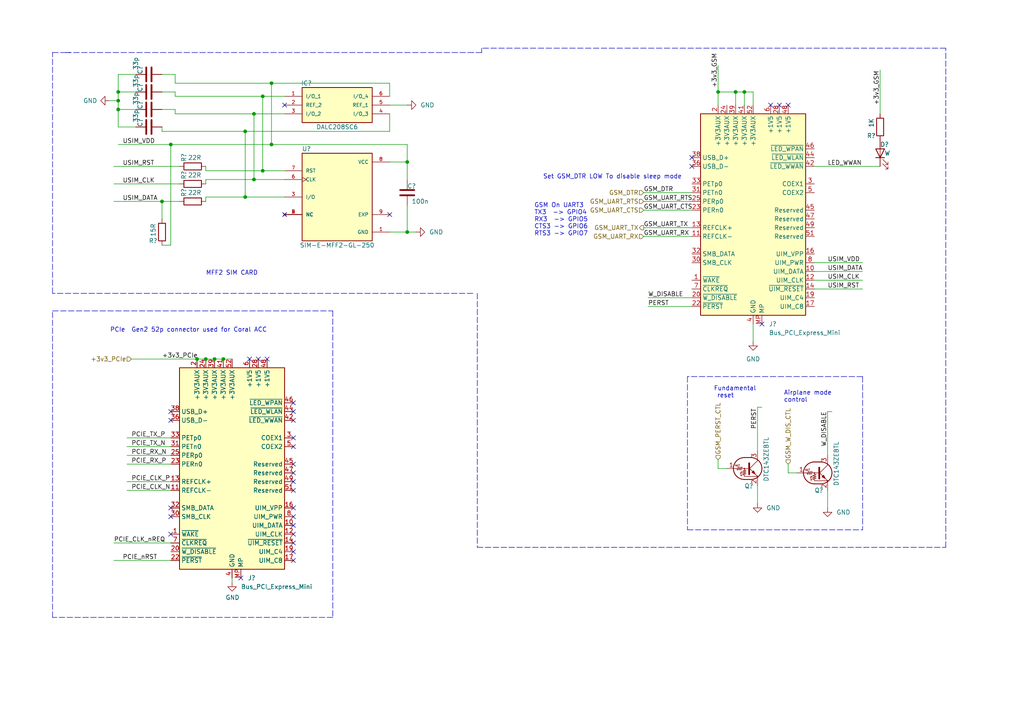
<source format=kicad_sch>
(kicad_sch (version 20211123) (generator eeschema)
  (paper "A4")
  (lib_symbols
    (symbol "Connector:Bus_PCI_Express_Mini"
      (property "Reference" "J" (at -16.51 31.75 0))
      (property "Value" "Bus_PCI_Express_Mini" (at 22.86 31.75 0))
      (symbol "Bus_PCI_Express_Mini_0_1"
        (rectangle (start -15.24 30.48) (end 15.24 -27.94) (stroke (width 0.254)) (fill (type background)))
      )
      (symbol "Bus_PCI_Express_Mini_1_1"
        (pin open_collector line (at -17.78 -17.78 0) (length 2.54) (name "~{WAKE}") (number "1"))
        (pin bidirectional line (at 17.78 -15.24 180) (length 2.54) (name "UIM_DATA") (number "10"))
        (pin input line (at -17.78 -5.08 0) (length 2.54) (name "REFCLK-") (number "11"))
        (pin output line (at 17.78 -17.78 180) (length 2.54) (name "UIM_CLK") (number "12"))
        (pin input line (at -17.78 -2.54 0) (length 2.54) (name "REFCLK+") (number "13"))
        (pin output line (at 17.78 -20.32 180) (length 2.54) (name "~{UIM_RESET}") (number "14"))
        (pin passive line (at 0 -30.48 90) (length 2.54) hide (name "GND") (number "15"))
        (pin power_out line (at 17.78 -10.16 180) (length 2.54) (name "UIM_VPP") (number "16"))
        (pin passive line (at 17.78 -25.4 180) (length 2.54) (name "UIM_C8") (number "17"))
        (pin passive line (at 0 -30.48 90) (length 2.54) hide (name "GND") (number "18"))
        (pin passive line (at 17.78 -22.86 180) (length 2.54) (name "UIM_C4") (number "19"))
        (pin power_in line (at -10.16 33.02 270) (length 2.54) (name "+3V3AUX") (number "2"))
        (pin input line (at -17.78 -22.86 0) (length 2.54) (name "~{W_DISABLE}") (number "20"))
        (pin passive line (at 0 -30.48 90) (length 2.54) hide (name "GND") (number "21"))
        (pin input line (at -17.78 -25.4 0) (length 2.54) (name "~{PERST}") (number "22"))
        (pin output line (at -17.78 2.54 0) (length 2.54) (name "PERn0") (number "23"))
        (pin power_in line (at -7.62 33.02 270) (length 2.54) (name "+3V3AUX") (number "24"))
        (pin output line (at -17.78 5.08 0) (length 2.54) (name "PERp0") (number "25"))
        (pin passive line (at 0 -30.48 90) (length 2.54) hide (name "GND") (number "26"))
        (pin passive line (at 0 -30.48 90) (length 2.54) hide (name "GND") (number "27"))
        (pin power_in line (at 7.62 33.02 270) (length 2.54) (name "+1V5") (number "28"))
        (pin passive line (at 0 -30.48 90) (length 2.54) hide (name "GND") (number "29"))
        (pin passive line (at 17.78 10.16 180) (length 2.54) (name "COEX1") (number "3"))
        (pin input line (at -17.78 -12.7 0) (length 2.54) (name "SMB_CLK") (number "30"))
        (pin input line (at -17.78 7.62 0) (length 2.54) (name "PETn0") (number "31"))
        (pin bidirectional line (at -17.78 -10.16 0) (length 2.54) (name "SMB_DATA") (number "32"))
        (pin input line (at -17.78 10.16 0) (length 2.54) (name "PETp0") (number "33"))
        (pin passive line (at 0 -30.48 90) (length 2.54) hide (name "GND") (number "34"))
        (pin passive line (at 0 -30.48 90) (length 2.54) hide (name "GND") (number "35"))
        (pin bidirectional line (at -17.78 15.24 0) (length 2.54) (name "USB_D-") (number "36"))
        (pin passive line (at 0 -30.48 90) (length 2.54) hide (name "GND") (number "37"))
        (pin bidirectional line (at -17.78 17.78 0) (length 2.54) (name "USB_D+") (number "38"))
        (pin power_in line (at -5.08 33.02 270) (length 2.54) (name "+3V3AUX") (number "39"))
        (pin power_in line (at 0 -30.48 90) (length 2.54) (name "GND") (number "4"))
        (pin passive line (at 0 -30.48 90) (length 2.54) hide (name "GND") (number "40"))
        (pin power_in line (at -2.54 33.02 270) (length 2.54) (name "+3V3AUX") (number "41"))
        (pin open_collector line (at 17.78 15.24 180) (length 2.54) (name "~{LED_WWAN}") (number "42"))
        (pin passive line (at 0 -30.48 90) (length 2.54) hide (name "GND") (number "43"))
        (pin open_collector line (at 17.78 17.78 180) (length 2.54) (name "~{LED_WLAN}") (number "44"))
        (pin passive line (at 17.78 2.54 180) (length 2.54) (name "Reserved") (number "45"))
        (pin open_collector line (at 17.78 20.32 180) (length 2.54) (name "~{LED_WPAN}") (number "46"))
        (pin passive line (at 17.78 0 180) (length 2.54) (name "Reserved") (number "47"))
        (pin power_in line (at 10.16 33.02 270) (length 2.54) (name "+1V5") (number "48"))
        (pin passive line (at 17.78 -2.54 180) (length 2.54) (name "Reserved") (number "49"))
        (pin passive line (at 17.78 7.62 180) (length 2.54) (name "COEX2") (number "5"))
        (pin passive line (at 0 -30.48 90) (length 2.54) hide (name "GND") (number "50"))
        (pin passive line (at 17.78 -5.08 180) (length 2.54) (name "Reserved") (number "51"))
        (pin power_in line (at 0 33.02 270) (length 2.54) (name "+3V3AUX") (number "52"))
        (pin power_in line (at 5.08 33.02 270) (length 2.54) (name "+1V5") (number "6"))
        (pin open_collector line (at -17.78 -20.32 0) (length 2.54) (name "~{CLKREQ}") (number "7"))
        (pin power_out line (at 17.78 -12.7 180) (length 2.54) (name "UIM_PWR") (number "8"))
        (pin passive line (at 0 -30.48 90) (length 2.54) hide (name "GND") (number "9"))
        (pin passive line (at 2.54 -30.48 90) (length 2.54) (name "MP") (number "MP"))
      )
    )
    (symbol "DALC208SC6:DALC208SC6" (pin_names (offset 1.016))
      (property "Reference" "IC" (at 26.67 7.62 0))
      (property "Value" "DALC208SC6" (at 26.67 5.08 0))
      (symbol "DALC208SC6_0_0"
        (rectangle (start 5.08 -7.62) (end 25.4 2.54) (stroke (width 0.254)) (fill (type background)))
        (pin bidirectional line (at 0 0 0) (length 5.08) (name "I/O_1") (number "1"))
        (pin bidirectional line (at 0 -2.54 0) (length 5.08) (name "REF_2") (number "2"))
        (pin bidirectional line (at 0 -5.08 0) (length 5.08) (name "I/O_2") (number "3"))
        (pin bidirectional line (at 30.48 -5.08 180) (length 5.08) (name "I/O_3") (number "4"))
        (pin bidirectional line (at 30.48 -2.54 180) (length 5.08) (name "REF_1") (number "5"))
        (pin bidirectional line (at 30.48 0 180) (length 5.08) (name "I/O_4") (number "6"))
      )
    )
    (symbol "Device:C" (pin_numbers hide) (pin_names (offset 0.254))
      (property "Reference" "C" (at 0.635 2.54 0))
      (property "Value" "C" (at 0.635 -2.54 0))
      (symbol "C_0_1"
        (polyline (pts (xy -2.032 -0.762) (xy 2.032 -0.762)) (stroke (width 0.508)))
        (polyline (pts (xy -2.032 0.762) (xy 2.032 0.762)) (stroke (width 0.508)))
      )
      (symbol "C_1_1"
        (pin passive line (at 0 3.81 270) (length 2.794) (name "~") (number "1"))
        (pin passive line (at 0 -3.81 90) (length 2.794) (name "~") (number "2"))
      )
    )
    (symbol "Device:LED" (pin_numbers hide) (pin_names (offset 1.016) hide)
      (property "Reference" "D" (at 0 2.54 0))
      (property "Value" "LED" (at 0 -2.54 0))
      (symbol "LED_0_1"
        (polyline (pts (xy -1.27 -1.27) (xy -1.27 1.27)) (stroke (width 0.254)))
        (polyline (pts (xy -1.27 0) (xy 1.27 0)))
        (polyline (pts (xy 1.27 -1.27) (xy 1.27 1.27) (xy -1.27 0) (xy 1.27 -1.27)) (stroke (width 0.254)))
        (polyline (pts (xy -3.048 -0.762) (xy -4.572 -2.286) (xy -3.81 -2.286) (xy -4.572 -2.286) (xy -4.572 -1.524)))
        (polyline (pts (xy -1.778 -0.762) (xy -3.302 -2.286) (xy -2.54 -2.286) (xy -3.302 -2.286) (xy -3.302 -1.524)))
      )
      (symbol "LED_1_1"
        (pin passive line (at -3.81 0 0) (length 2.54) (name "K") (number "1"))
        (pin passive line (at 3.81 0 180) (length 2.54) (name "A") (number "2"))
      )
    )
    (symbol "Device:R" (pin_numbers hide) (pin_names (offset 0))
      (property "Reference" "R" (at 2.032 0 90))
      (property "Value" "R" (at 0 0 90))
      (symbol "R_0_1"
        (rectangle (start -1.016 -2.54) (end 1.016 2.54) (stroke (width 0.254)))
      )
      (symbol "R_1_1"
        (pin passive line (at 0 3.81 270) (length 1.27) (name "~") (number "1"))
        (pin passive line (at 0 -3.81 90) (length 1.27) (name "~") (number "2"))
      )
    )
    (symbol "SIM-E-MFF2-GL-250:SIM-E-MFF2-GL-250" (pin_names (offset 1.016))
      (property "Reference" "U" (at -10.16 13.462 0))
      (property "Value" "SIM-E-MFF2-GL-250" (at -10.16 -15.24 0))
      (symbol "SIM-E-MFF2-GL-250_0_0"
        (rectangle (start -10.16 -12.7) (end 10.16 12.7) (stroke (width 0.254)) (fill (type background)))
        (pin power_in line (at 15.24 -10.16 180) (length 5.08) (name "GND") (number "1"))
        (pin no_connect line (at -15.24 -5.08 0) (length 5.08) (name "NC") (number "2"))
        (pin bidirectional line (at -15.24 0 0) (length 5.08) (name "I/O") (number "3"))
        (pin no_connect line (at -15.24 -5.08 0) (length 5.08) (name "NC") (number "4"))
        (pin no_connect line (at -15.24 -5.08 0) (length 5.08) (name "NC") (number "5"))
        (pin input clock (at -15.24 5.08 0) (length 5.08) (name "CLK") (number "6"))
        (pin input line (at -15.24 7.62 0) (length 5.08) (name "RST") (number "7"))
        (pin power_in line (at 15.24 10.16 180) (length 5.08) (name "VCC") (number "8"))
        (pin passive line (at 15.24 -5.08 180) (length 5.08) (name "EXP") (number "9"))
      )
    )
    (symbol "Transistor_BJT:DTC143Z" (pin_names (offset 0) hide)
      (property "Reference" "Q" (at 5.08 1.905 0))
      (property "Value" "DTC143Z" (at 5.08 0 0))
      (symbol "DTC143Z_0_0"
        (text "47k" (at -2.159 -1.524 900) (effects (font (size 0.508 0.508))))
        (text "4k7" (at -3.302 0.889 0) (effects (font (size 0.508 0.508))))
      )
      (symbol "DTC143Z_0_1"
        (circle (center -1.27 0) (radius 0.127))
        (arc (start -1.27 3.175) (mid -4.445 0) (end -1.27 -3.175) (stroke (width 0.254)))
        (polyline (pts (xy -3.429 0) (xy -3.81 0)))
        (polyline (pts (xy -1.27 -3.175) (xy 0.635 -3.175)) (stroke (width 0.254)))
        (polyline (pts (xy -1.27 3.175) (xy 0.635 3.175)) (stroke (width 0.254)))
        (polyline (pts (xy 0 -0.254) (xy 2.54 2.286)))
        (polyline (pts (xy 0.127 1.524) (xy 0.127 -1.651)) (stroke (width 0.508)) (fill (type outline)))
        (polyline (pts (xy 2.54 2.286) (xy 2.54 2.54)))
        (polyline (pts (xy 2.54 -2.286) (xy 0 0.254) (xy 0 0.254)))
        (polyline (pts (xy 0.889 -1.143) (xy 1.397 -0.635) (xy 1.905 -1.651) (xy 0.889 -1.143)) (fill (type outline)))
        (polyline (pts (xy 0 0) (xy -1.905 0) (xy -2.032 0.508) (xy -2.286 -0.508) (xy -2.54 0.508) (xy -2.794 -0.508) (xy -3.048 0.508) (xy -3.302 -0.508) (xy -3.429 0)))
        (polyline (pts (xy -1.27 0) (xy -1.27 -0.381) (xy -0.762 -0.508) (xy -1.778 -0.762) (xy -0.762 -1.016) (xy -1.778 -1.27) (xy -0.762 -1.524) (xy -1.778 -1.778) (xy -1.27 -1.905) (xy -1.27 -2.286) (xy 2.54 -2.286)))
        (arc (start 0.635 -3.175) (mid 3.81 0) (end 0.635 3.175) (stroke (width 0.254)))
        (circle (center 2.54 -2.286) (radius 0.127))
      )
      (symbol "DTC143Z_1_1"
        (pin input line (at -6.35 0 0) (length 2.54) (name "B") (number "1"))
        (pin passive line (at 2.54 -5.08 90) (length 2.54) (name "E") (number "2"))
        (pin passive line (at 2.54 5.08 270) (length 2.54) (name "C") (number "3"))
      )
    )
    (symbol "power:GND" (power) (pin_names (offset 0))
      (property "Value" "GND" (at 0 -3.81 0))
      (symbol "GND_0_1"
        (polyline (pts (xy 0 0) (xy 0 -1.27) (xy 1.27 -1.27) (xy 0 -2.54) (xy -1.27 -1.27) (xy 0 -1.27)))
      )
      (symbol "GND_1_1"
        (pin power_in line (at 0 0 270) (length 0) hide (name "GND") (number "1"))
      )
    )
  )
  (junction (at 78.74 41.91))
  (junction (at 46.99 58.42))
  (junction (at 215.9 26.67))
  (junction (at 34.29 26.67))
  (junction (at 208.28 26.67))
  (junction (at 34.29 31.75))
  (junction (at 213.36 26.67))
  (junction (at 118.11 67.31))
  (junction (at 76.2 27.94))
  (junction (at 71.12 57.15))
  (junction (at 78.74 24.13))
  (junction (at 118.11 46.99))
  (junction (at 49.53 41.91))
  (junction (at 73.66 33.02))
  (junction (at 76.2 49.53))
  (junction (at 62.23 104.14))
  (junction (at 34.29 29.21))
  (junction (at 57.15 104.14))
  (junction (at 73.66 52.07))
  (junction (at 59.69 104.14))
  (junction (at 71.12 38.1))
  (junction (at 64.77 104.14))
  (no_connect (at 49.53 121.92))
  (no_connect (at 74.93 104.14))
  (no_connect (at 49.53 119.38))
  (no_connect (at 85.09 154.94))
  (no_connect (at 85.09 157.48))
  (no_connect (at 85.09 139.7))
  (no_connect (at 85.09 162.56))
  (no_connect (at 85.09 142.24))
  (no_connect (at 220.98 93.98))
  (no_connect (at 85.09 134.62))
  (no_connect (at 85.09 127))
  (no_connect (at 69.85 167.64))
  (no_connect (at 85.09 121.92))
  (no_connect (at 85.09 116.84))
  (no_connect (at 223.52 30.48))
  (no_connect (at 72.39 104.14))
  (no_connect (at 82.55 62.23))
  (no_connect (at 77.47 104.14))
  (no_connect (at 82.55 30.48))
  (no_connect (at 85.09 152.4))
  (no_connect (at 85.09 119.38))
  (no_connect (at 200.66 45.72))
  (no_connect (at 85.09 129.54))
  (no_connect (at 113.03 62.23))
  (no_connect (at 49.53 147.32))
  (no_connect (at 49.53 154.94))
  (no_connect (at 85.09 160.02))
  (no_connect (at 49.53 149.86))
  (no_connect (at 226.06 30.48))
  (no_connect (at 85.09 147.32))
  (no_connect (at 228.6 30.48))
  (no_connect (at 200.66 48.26))
  (no_connect (at 85.09 137.16))
  (no_connect (at 85.09 149.86))
  (wire (pts (xy 76.2 27.94) (xy 82.55 27.94)))
  (polyline (pts (xy 274.32 158.75) (xy 274.32 13.97)))
  (wire (pts (xy 208.28 26.67) (xy 208.28 30.48)))
  (wire (pts (xy 50.8 24.13) (xy 78.74 24.13)))
  (wire (pts (xy 46.99 71.12) (xy 49.53 71.12)))
  (wire (pts (xy 118.11 52.07) (xy 118.11 46.99)))
  (polyline (pts (xy 250.19 109.22) (xy 199.39 109.22)))
  (wire (pts (xy 78.74 41.91) (xy 78.74 24.13)))
  (wire (pts (xy 76.2 49.53) (xy 76.2 27.94)))
  (wire (pts (xy 215.9 26.67) (xy 213.36 26.67)))
  (polyline (pts (xy 15.24 179.07) (xy 15.24 90.17)))
  (wire (pts (xy 208.28 19.05) (xy 208.28 26.67)))
  (wire (pts (xy 34.29 41.91) (xy 49.53 41.91)))
  (wire (pts (xy 59.69 49.53) (xy 59.69 48.26)))
  (polyline (pts (xy 139.7 15.24) (xy 137.16 15.24)))
  (wire (pts (xy 59.69 104.14) (xy 62.23 104.14)))
  (wire (pts (xy 49.53 41.91) (xy 78.74 41.91)))
  (wire (pts (xy 34.29 26.67) (xy 39.37 26.67)))
  (wire (pts (xy 236.22 78.74) (xy 250.19 78.74)))
  (wire (pts (xy 236.22 76.2) (xy 250.19 76.2)))
  (wire (pts (xy 59.69 57.15) (xy 71.12 57.15)))
  (polyline (pts (xy 96.52 179.07) (xy 15.24 179.07)))
  (wire (pts (xy 36.83 132.08) (xy 49.53 132.08)))
  (wire (pts (xy 186.69 58.42) (xy 200.66 58.42)))
  (wire (pts (xy 59.69 52.07) (xy 73.66 52.07)))
  (wire (pts (xy 186.69 60.96) (xy 200.66 60.96)))
  (polyline (pts (xy 250.19 109.22) (xy 250.19 153.67)))
  (polyline (pts (xy 138.43 85.09) (xy 138.43 158.75)))
  (polyline (pts (xy 96.52 90.17) (xy 96.52 179.07)))
  (wire (pts (xy 82.55 52.07) (xy 73.66 52.07)))
  (wire (pts (xy 73.66 33.02) (xy 82.55 33.02)))
  (wire (pts (xy 38.1 104.14) (xy 57.15 104.14)))
  (wire (pts (xy 46.99 38.1) (xy 71.12 38.1)))
  (wire (pts (xy 59.69 57.15) (xy 59.69 58.42)))
  (wire (pts (xy 228.6 134.62) (xy 228.6 137.16)))
  (wire (pts (xy 187.96 86.36) (xy 200.66 86.36)))
  (wire (pts (xy 34.29 36.83) (xy 34.29 31.75)))
  (wire (pts (xy 50.8 21.59) (xy 46.99 21.59)))
  (polyline (pts (xy 15.24 85.09) (xy 15.24 15.24)))
  (wire (pts (xy 118.11 46.99) (xy 118.11 41.91)))
  (wire (pts (xy 78.74 24.13) (xy 113.03 24.13)))
  (wire (pts (xy 57.15 104.14) (xy 59.69 104.14)))
  (wire (pts (xy 240.03 132.08) (xy 240.03 119.38)))
  (wire (pts (xy 118.11 67.31) (xy 113.03 67.31)))
  (wire (pts (xy 208.28 26.67) (xy 213.36 26.67)))
  (wire (pts (xy 186.69 66.04) (xy 200.66 66.04)))
  (wire (pts (xy 78.74 41.91) (xy 118.11 41.91)))
  (wire (pts (xy 39.37 21.59) (xy 34.29 21.59)))
  (wire (pts (xy 31.75 29.21) (xy 34.29 29.21)))
  (wire (pts (xy 34.29 31.75) (xy 34.29 29.21)))
  (wire (pts (xy 219.71 130.81) (xy 219.71 118.11)))
  (wire (pts (xy 50.8 27.94) (xy 76.2 27.94)))
  (wire (pts (xy 236.22 81.28) (xy 250.19 81.28)))
  (wire (pts (xy 67.31 168.91) (xy 67.31 167.64)))
  (polyline (pts (xy 137.16 85.09) (xy 15.24 85.09)))
  (wire (pts (xy 33.02 48.26) (xy 52.07 48.26)))
  (polyline (pts (xy 139.7 13.97) (xy 139.7 15.24)))
  (wire (pts (xy 50.8 33.02) (xy 73.66 33.02)))
  (wire (pts (xy 36.83 129.54) (xy 49.53 129.54)))
  (wire (pts (xy 218.44 26.67) (xy 215.9 26.67)))
  (wire (pts (xy 240.03 119.38) (xy 241.3 119.38)))
  (wire (pts (xy 36.83 134.62) (xy 49.53 134.62)))
  (wire (pts (xy 64.77 104.14) (xy 67.31 104.14)))
  (wire (pts (xy 118.11 46.99) (xy 113.03 46.99)))
  (wire (pts (xy 71.12 38.1) (xy 113.03 38.1)))
  (wire (pts (xy 49.53 71.12) (xy 49.53 41.91)))
  (wire (pts (xy 118.11 30.48) (xy 113.03 30.48)))
  (wire (pts (xy 187.96 88.9) (xy 200.66 88.9)))
  (polyline (pts (xy 19.05 15.24) (xy 137.16 15.24)))
  (polyline (pts (xy 138.43 158.75) (xy 274.32 158.75)))
  (wire (pts (xy 73.66 52.07) (xy 73.66 33.02)))
  (wire (pts (xy 219.71 118.11) (xy 220.98 118.11)))
  (wire (pts (xy 82.55 57.15) (xy 71.12 57.15)))
  (wire (pts (xy 50.8 27.94) (xy 50.8 26.67)))
  (wire (pts (xy 33.02 53.34) (xy 52.07 53.34)))
  (wire (pts (xy 34.29 21.59) (xy 34.29 26.67)))
  (wire (pts (xy 186.69 55.88) (xy 200.66 55.88)))
  (wire (pts (xy 255.27 20.32) (xy 255.27 33.02)))
  (wire (pts (xy 50.8 24.13) (xy 50.8 21.59)))
  (wire (pts (xy 71.12 57.15) (xy 71.12 38.1)))
  (wire (pts (xy 39.37 31.75) (xy 34.29 31.75)))
  (wire (pts (xy 120.65 67.31) (xy 118.11 67.31)))
  (wire (pts (xy 46.99 58.42) (xy 46.99 63.5)))
  (wire (pts (xy 113.03 27.94) (xy 113.03 24.13)))
  (wire (pts (xy 208.28 133.35) (xy 208.28 135.89)))
  (wire (pts (xy 33.02 162.56) (xy 49.53 162.56)))
  (wire (pts (xy 33.02 58.42) (xy 46.99 58.42)))
  (wire (pts (xy 236.22 48.26) (xy 255.27 48.26)))
  (wire (pts (xy 208.28 135.89) (xy 210.82 135.89)))
  (wire (pts (xy 62.23 104.14) (xy 64.77 104.14)))
  (wire (pts (xy 219.71 146.05) (xy 219.71 140.97)))
  (wire (pts (xy 46.99 38.1) (xy 46.99 36.83)))
  (wire (pts (xy 236.22 83.82) (xy 250.19 83.82)))
  (wire (pts (xy 215.9 30.48) (xy 215.9 26.67)))
  (wire (pts (xy 59.69 49.53) (xy 76.2 49.53)))
  (wire (pts (xy 186.69 68.58) (xy 200.66 68.58)))
  (polyline (pts (xy 15.24 15.24) (xy 20.32 15.24)))
  (polyline (pts (xy 199.39 153.67) (xy 250.19 153.67)))
  (wire (pts (xy 46.99 26.67) (xy 50.8 26.67)))
  (polyline (pts (xy 15.24 90.17) (xy 96.52 90.17)))
  (polyline (pts (xy 274.32 13.97) (xy 139.7 13.97)))
  (wire (pts (xy 82.55 49.53) (xy 76.2 49.53)))
  (wire (pts (xy 50.8 31.75) (xy 46.99 31.75)))
  (wire (pts (xy 33.02 157.48) (xy 49.53 157.48)))
  (wire (pts (xy 50.8 33.02) (xy 50.8 31.75)))
  (wire (pts (xy 34.29 29.21) (xy 34.29 26.67)))
  (wire (pts (xy 118.11 59.69) (xy 118.11 67.31)))
  (wire (pts (xy 113.03 33.02) (xy 113.03 38.1)))
  (wire (pts (xy 39.37 36.83) (xy 34.29 36.83)))
  (wire (pts (xy 218.44 99.06) (xy 218.44 93.98)))
  (wire (pts (xy 240.03 147.32) (xy 240.03 142.24)))
  (wire (pts (xy 36.83 142.24) (xy 49.53 142.24)))
  (wire (pts (xy 46.99 58.42) (xy 52.07 58.42)))
  (wire (pts (xy 218.44 30.48) (xy 218.44 26.67)))
  (polyline (pts (xy 199.39 109.22) (xy 199.39 153.67)))
  (wire (pts (xy 213.36 30.48) (xy 213.36 26.67)))
  (wire (pts (xy 228.6 137.16) (xy 231.14 137.16)))
  (wire (pts (xy 36.83 127) (xy 49.53 127)))
  (wire (pts (xy 59.69 52.07) (xy 59.69 53.34)))
  (wire (pts (xy 36.83 139.7) (xy 49.53 139.7)))
  (text "GSM On UART3 \nTX3  -> GPIO4\nRX3  -> GPIO5\nCTS3 -> GPIO6\nRTS3 -> GPIO7" (at 154.94 68.58 0) (effects (font (size 1.27 1.27)) (justify left bottom)))
  (text "Fundamental\n reset" (at 207.01 115.57 0) (effects (font (size 1.27 1.27)) (justify left bottom)))
  (text "Airplane mode\ncontrol" (at 227.33 116.84 0) (effects (font (size 1.27 1.27)) (justify left bottom)))
  (text "PCIe  Gen2 52p connector used for Coral ACC" (at 77.47 96.52 180) (effects (font (size 1.27 1.27)) (justify right bottom)))
  (text "Set GSM_DTR LOW To disable sleep mode" (at 157.48 52.07 0) (effects (font (size 1.27 1.27)) (justify left bottom)))
  (text "MFF2 SIM CARD " (at 59.69 80.01 0) (effects (font (size 1.27 1.27)) (justify left bottom)))
  (label "USIM_VDD" (at 35.56 41.91 0))
  (label "PERST" (at 219.71 124.46 90))
  (label "LED_WWAN" (at 240.03 48.26 0))
  (label "USIM_CLK" (at 35.56 53.34 0))
  (label "PCIE_TX_P" (at 38.1 127 0))
  (label "USIM_DATA" (at 240.03 78.74 0))
  (label "GSM_UART_TX" (at 186.69 66.04 0))
  (label "+3v3_GSM" (at 255.27 30.48 90))
  (label "+3v3_GSM" (at 208.28 25.4 90))
  (label "W_DISABLE" (at 240.03 129.54 90))
  (label "PCIE_CLK_N" (at 38.1 142.24 0))
  (label "GSM_DTR" (at 186.69 55.88 0))
  (label "USIM_RST" (at 240.03 83.82 0))
  (label "+3v3_PCIe" (at 46.99 104.14 0))
  (label "PCIE_CLK_P" (at 38.1 139.7 0))
  (label "PCIE_RX_N" (at 38.1 132.08 0))
  (label "GSM_UART_RX" (at 186.69 68.58 0))
  (label "PCIE_RX_P" (at 38.1 134.62 0))
  (label "GSM_UART_CTS" (at 186.69 60.96 0))
  (label "W_DISABLE" (at 187.96 86.36 0))
  (label "PCIE_TX_N" (at 38.1 129.54 0))
  (label "USIM_VDD" (at 240.03 76.2 0))
  (label "GSM_UART_RTS" (at 186.69 58.42 0))
  (label "USIM_RST" (at 35.56 48.26 0))
  (label "USIM_DATA" (at 35.56 58.42 0))
  (label "PCIE_nRST" (at 35.56 162.56 0))
  (label "PCIE_CLK_nREQ" (at 33.02 157.48 0))
  (label "USIM_CLK" (at 240.03 81.28 0))
  (label "PERST" (at 187.96 88.9 0))
  (hierarchical_label "GSM_UART_RTS" (shape input) (at 186.69 58.42 180))
  (hierarchical_label "GSM_PERST_CTL" (shape input) (at 208.28 133.35 90))
  (hierarchical_label "GSM_UART_RX" (shape input) (at 186.69 68.58 180))
  (hierarchical_label "GSM_UART_TX" (shape output) (at 186.69 66.04 180))
  (hierarchical_label "+3v3_PCIe" (shape input) (at 38.1 104.14 180))
  (hierarchical_label "GSM_W_DIS_CTL" (shape input) (at 228.6 134.62 90))
  (hierarchical_label "GSM_UART_CTS" (shape input) (at 186.69 60.96 180))
  (hierarchical_label "GSM_DTR" (shape input) (at 186.69 55.88 180))
  (symbol (lib_id "Connector:Bus_PCI_Express_Mini") (at 218.44 63.5 0) (unit 1)
    (property "Reference" "J?" (at 222.9994 93.98 0) (effects (justify left)))
    (property "Value" "Bus_PCI_Express_Mini" (at 222.9994 96.52 0) (effects (justify left)))
    (property "Footprint" "Connector_PCBEdge:BUS_PCI_Express_Mini_Half" (effects hide))
    (property "LCSC" "C266899" (effects hide))
  )
  (symbol (lib_id "power:GND") (at 118.11 30.48 90) (unit 1)
    (property "Reference" "#PWR?" (effects hide))
    (property "Value" "GND" (at 121.92 30.4799 90) (effects (justify right)))
  )
  (symbol (lib_id "power:GND") (at 240.03 147.32 0) (unit 1)
    (property "Reference" "#PWR?" (effects hide))
    (property "Value" "GND" (at 242.57 148.5899 0) (effects (justify left)))
  )
  (symbol (lib_id "power:GND") (at 31.75 29.21 270) (unit 1)
    (property "Reference" "#PWR?" (effects hide))
    (property "Value" "GND" (at 24.13 29.21 90) (effects (justify left)))
  )
  (symbol (lib_id "Transistor_BJT:DTC143Z") (at 237.49 137.16 0) (unit 1)
    (property "Reference" "Q?" (at 236.22 142.24 0) (effects (justify left)))
    (property "Value" "DTC143ZEBTL" (at 242.57 140.97 90) (effects (justify left)))
    (property "Footprint" "DTC143ZEBTL:SOTFL50P160X85-3N" (effects hide))
    (property "LCSC" "C308696" (effects hide))
  )
  (symbol (lib_id "Connector:Bus_PCI_Express_Mini") (at 67.31 137.16 0) (unit 1)
    (property "Reference" "J?" (at 71.8694 167.64 0) (effects (justify left)))
    (property "Value" "Bus_PCI_Express_Mini" (at 69.85 170.18 0) (effects (justify left)))
    (property "Footprint" "Connector_PCBEdge:BUS_PCI_Express_Mini_Half" (effects hide))
    (property "LCSC" "C266899" (effects hide))
  )
  (symbol (lib_id "power:GND") (at 218.44 99.06 0) (unit 1)
    (property "Reference" "#PWR?" (effects hide))
    (property "Value" "GND" (at 218.44 104.14 0))
  )
  (symbol (lib_id "Device:R") (at 255.27 36.83 180) (unit 1)
    (property "Reference" "R?" (at 254 39.37 0) (effects (justify left)))
    (property "Value" "1K" (at 252.73 34.29 90) (effects (justify left)))
    (property "Footprint" "Resistor_SMD:R_0402_1005Metric" (effects hide))
    (property "Datasheet" "https://fscdn.rohm.com/en/products/databook/datasheet/passive/resistor/chip_resistor/mcr-e.pdf" (effects hide))
    (property "Field4" "Farnell" (effects hide))
    (property "Field5" "9239367" (effects hide))
    (property "Field7" "Rohm" (effects hide))
    (property "LCSC" "C106235" (effects hide))
  )
  (symbol (lib_id "Device:C") (at 43.18 21.59 90) (unit 1)
    (property "Reference" "C?" (at 40.64 21.59 0) (effects (justify left)))
    (property "Value" "33p" (at 39.37 20.32 0) (effects (justify left)))
    (property "Footprint" "Capacitor_SMD:C_0402_1005Metric" (effects hide))
    (property "Datasheet" "https://psearch.en.murata.com/capacitor/product/GRM155R62A104KE14%23.pdf" (effects hide))
    (property "Field4" "Farnell" (effects hide))
    (property "Field5" "2611907" (effects hide))
    (property "Field6" "GRM155R62A104KE14D" (effects hide))
    (property "Field7" "Murata" (effects hide))
    (property "LCSC" "C107005" (effects hide))
  )
  (symbol (lib_id "Device:R") (at 55.88 53.34 90) (unit 1)
    (property "Reference" "R?" (at 53.34 52.07 0) (effects (justify left)))
    (property "Value" "22R" (at 58.42 50.8 90) (effects (justify left)))
    (property "Footprint" "Resistor_SMD:R_0402_1005Metric" (effects hide))
    (property "Datasheet" "https://fscdn.rohm.com/en/products/databook/datasheet/passive/resistor/chip_resistor/mcr-e.pdf" (effects hide))
    (property "Field4" "Farnell" (effects hide))
    (property "Field5" "9239367" (effects hide))
    (property "Field7" "Rohm" (effects hide))
    (property "LCSC" "C25092" (effects hide))
  )
  (symbol (lib_id "SIM-E-MFF2-GL-250:SIM-E-MFF2-GL-250") (at 97.79 57.15 0) (unit 1)
    (property "Reference" "U?" (at 88.9 43.18 0))
    (property "Value" "SIM-E-MFF2-GL-250" (at 97.79 71.12 0))
    (property "Footprint" "SIM-E-MFF2-GL-250:PSON127P500X600X82-9N" (effects hide))
    (property "PARTREV" "V1.1" (effects hide))
    (property "MANUFACTURER" "Hologram" (effects hide))
    (property "MAXIMUM_PACKAGE_HEIGHT" "0.82mm" (effects hide))
    (property "STANDARD" "IPC 7351B" (effects hide))
  )
  (symbol (lib_id "Device:C") (at 43.18 31.75 90) (unit 1)
    (property "Reference" "C?" (at 40.64 31.75 0) (effects (justify left)))
    (property "Value" "33p" (at 39.37 30.48 0) (effects (justify left)))
    (property "Footprint" "Capacitor_SMD:C_0402_1005Metric" (effects hide))
    (property "Datasheet" "https://psearch.en.murata.com/capacitor/product/GRM155R62A104KE14%23.pdf" (effects hide))
    (property "Field4" "Farnell" (effects hide))
    (property "Field5" "2611907" (effects hide))
    (property "Field6" "GRM155R62A104KE14D" (effects hide))
    (property "Field7" "Murata" (effects hide))
    (property "LCSC" "C107005" (effects hide))
  )
  (symbol (lib_id "Device:C") (at 43.18 26.67 90) (unit 1)
    (property "Reference" "C?" (at 40.64 26.67 0) (effects (justify left)))
    (property "Value" "33p" (at 39.37 25.4 0) (effects (justify left)))
    (property "Footprint" "Capacitor_SMD:C_0402_1005Metric" (effects hide))
    (property "Datasheet" "https://psearch.en.murata.com/capacitor/product/GRM155R62A104KE14%23.pdf" (effects hide))
    (property "Field4" "Farnell" (effects hide))
    (property "Field5" "2611907" (effects hide))
    (property "Field6" "GRM155R62A104KE14D" (effects hide))
    (property "Field7" "Murata" (effects hide))
    (property "LCSC" "C107005" (effects hide))
  )
  (symbol (lib_id "Device:LED") (at 255.27 44.45 90) (unit 1)
    (property "Reference" "D?" (at 255.27 41.91 90) (effects (justify right)))
    (property "Value" "W" (at 256.54 44.45 90) (effects (justify right)))
    (property "Footprint" "LED_SMD:LED_0402_1005Metric" (effects hide))
    (property "LCSC" "C130724" (effects hide))
  )
  (symbol (lib_id "DALC208SC6:DALC208SC6") (at 82.55 27.94 0) (unit 1)
    (property "Reference" "IC?" (at 88.9 24.13 0))
    (property "Value" "DALC208SC6" (at 97.79 36.83 0))
    (property "Footprint" "DALC208SC6:SOT95P280X145-6N" (effects hide))
    (property "MANUFACTURER_NAME" "STMicroelectronics" (effects hide))
    (property "MOUSER_PRICE-STOCK" "https://www.mouser.co.uk/ProductDetail/STMicroelectronics/DALC208SC6?qs=sps7W%2FwBcGEpaWey6LTzDg%3D%3D" (effects hide))
    (property "DESCRIPTION" "TVS Diode Array DALC208SC6 Octal, SOT-23 6-Pin" (effects hide))
    (property "MOUSER_PART_NUMBER" "511-DALC208SC6" (effects hide))
    (property "HEIGHT" "1.45mm" (effects hide))
    (property "MANUFACTURER_PART_NUMBER" "DALC208SC6" (effects hide))
    (property "LCSC" "C5123934" (effects hide))
  )
  (symbol (lib_id "Device:R") (at 55.88 48.26 90) (unit 1)
    (property "Reference" "R?" (at 53.34 46.99 0) (effects (justify left)))
    (property "Value" "22R" (at 58.42 45.72 90) (effects (justify left)))
    (property "Footprint" "Resistor_SMD:R_0402_1005Metric" (effects hide))
    (property "Datasheet" "https://fscdn.rohm.com/en/products/databook/datasheet/passive/resistor/chip_resistor/mcr-e.pdf" (effects hide))
    (property "Field4" "Farnell" (effects hide))
    (property "Field5" "9239367" (effects hide))
    (property "Field7" "Rohm" (effects hide))
    (property "LCSC" "C25092" (effects hide))
  )
  (symbol (lib_id "power:GND") (at 67.31 168.91 0) (unit 1)
    (property "Reference" "#PWR?" (effects hide))
    (property "Value" "GND" (at 67.437 173.3042 0))
  )
  (symbol (lib_id "power:GND") (at 219.71 146.05 0) (unit 1)
    (property "Reference" "#PWR?" (effects hide))
    (property "Value" "GND" (at 222.25 147.3199 0) (effects (justify left)))
  )
  (symbol (lib_id "Device:C") (at 43.18 36.83 90) (unit 1)
    (property "Reference" "C?" (at 40.64 36.83 0) (effects (justify left)))
    (property "Value" "33p" (at 39.37 35.56 0) (effects (justify left)))
    (property "Footprint" "Capacitor_SMD:C_0402_1005Metric" (effects hide))
    (property "Datasheet" "https://psearch.en.murata.com/capacitor/product/GRM155R62A104KE14%23.pdf" (effects hide))
    (property "Field4" "Farnell" (effects hide))
    (property "Field5" "2611907" (effects hide))
    (property "Field6" "GRM155R62A104KE14D" (effects hide))
    (property "Field7" "Murata" (effects hide))
    (property "LCSC" "C107005" (effects hide))
  )
  (symbol (lib_id "Device:C") (at 118.11 55.88 0) (unit 1)
    (property "Reference" "C?" (at 118.11 53.975 0) (effects (justify left)))
    (property "Value" "100n" (at 119.38 58.42 0) (effects (justify left)))
    (property "Footprint" "Capacitor_SMD:C_0402_1005Metric" (effects hide))
    (property "Datasheet" "https://psearch.en.murata.com/capacitor/product/GRM155R62A104KE14%23.pdf" (effects hide))
    (property "Field4" "Farnell" (effects hide))
    (property "Field5" "2611907" (effects hide))
    (property "Field6" "GRM155R62A104KE14D" (effects hide))
    (property "Field7" "Murata" (effects hide))
    (property "Part Description" "	0.1uF 10% 100V Ceramic Capacitor X5R 0402 (1005 Metric)" (effects hide))
    (property "LCSC" "C307331" (effects hide))
  )
  (symbol (lib_id "Device:R") (at 46.99 67.31 180) (unit 1)
    (property "Reference" "R?" (at 45.72 69.85 0) (effects (justify left)))
    (property "Value" "15R" (at 44.45 64.77 90) (effects (justify left)))
    (property "Footprint" "Resistor_SMD:R_0402_1005Metric" (effects hide))
    (property "Datasheet" "https://fscdn.rohm.com/en/products/databook/datasheet/passive/resistor/chip_resistor/mcr-e.pdf" (effects hide))
    (property "Field4" "Farnell" (effects hide))
    (property "Field5" "9239367" (effects hide))
    (property "Field7" "Rohm" (effects hide))
    (property "LCSC" "C138052" (effects hide))
  )
  (symbol (lib_id "power:GND") (at 120.65 67.31 90) (unit 1)
    (property "Reference" "#PWR?" (effects hide))
    (property "Value" "GND" (at 124.46 67.3099 90) (effects (justify right)))
  )
  (symbol (lib_id "Transistor_BJT:DTC143Z") (at 217.17 135.89 0) (unit 1)
    (property "Reference" "Q?" (at 215.9 140.97 0) (effects (justify left)))
    (property "Value" "DTC143ZEBTL" (at 222.25 139.7 90) (effects (justify left)))
    (property "Footprint" "DTC143ZEBTL:SOTFL50P160X85-3N" (effects hide))
    (property "LCSC" "C308696" (effects hide))
  )
  (symbol (lib_id "Device:R") (at 55.88 58.42 90) (unit 1)
    (property "Reference" "R?" (at 53.34 57.15 0) (effects (justify left)))
    (property "Value" "22R" (at 58.42 55.88 90) (effects (justify left)))
    (property "Footprint" "Resistor_SMD:R_0402_1005Metric" (effects hide))
    (property "Datasheet" "https://fscdn.rohm.com/en/products/databook/datasheet/passive/resistor/chip_resistor/mcr-e.pdf" (effects hide))
    (property "Field4" "Farnell" (effects hide))
    (property "Field5" "9239367" (effects hide))
    (property "Field7" "Rohm" (effects hide))
    (property "LCSC" "C25092" (effects hide))
  )
)
</source>
